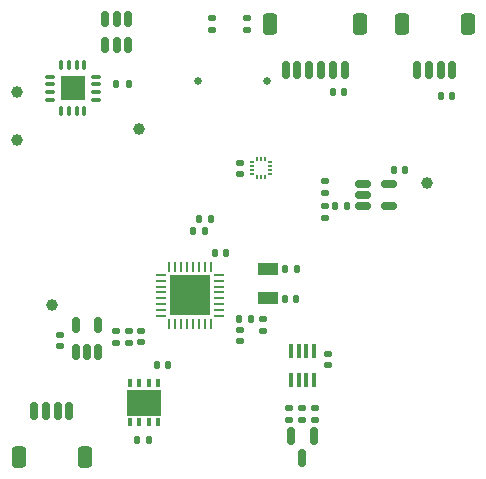
<source format=gbs>
%TF.GenerationSoftware,KiCad,Pcbnew,(7.0.0)*%
%TF.CreationDate,2023-03-08T15:02:16+02:00*%
%TF.ProjectId,SARA-R4_DevBoard,53415241-2d52-4345-9f44-6576426f6172,rev?*%
%TF.SameCoordinates,Original*%
%TF.FileFunction,Soldermask,Bot*%
%TF.FilePolarity,Negative*%
%FSLAX46Y46*%
G04 Gerber Fmt 4.6, Leading zero omitted, Abs format (unit mm)*
G04 Created by KiCad (PCBNEW (7.0.0)) date 2023-03-08 15:02:16*
%MOMM*%
%LPD*%
G01*
G04 APERTURE LIST*
G04 Aperture macros list*
%AMRoundRect*
0 Rectangle with rounded corners*
0 $1 Rounding radius*
0 $2 $3 $4 $5 $6 $7 $8 $9 X,Y pos of 4 corners*
0 Add a 4 corners polygon primitive as box body*
4,1,4,$2,$3,$4,$5,$6,$7,$8,$9,$2,$3,0*
0 Add four circle primitives for the rounded corners*
1,1,$1+$1,$2,$3*
1,1,$1+$1,$4,$5*
1,1,$1+$1,$6,$7*
1,1,$1+$1,$8,$9*
0 Add four rect primitives between the rounded corners*
20,1,$1+$1,$2,$3,$4,$5,0*
20,1,$1+$1,$4,$5,$6,$7,0*
20,1,$1+$1,$6,$7,$8,$9,0*
20,1,$1+$1,$8,$9,$2,$3,0*%
G04 Aperture macros list end*
%ADD10C,1.000000*%
%ADD11C,0.650000*%
%ADD12RoundRect,0.050000X0.112500X0.050000X-0.112500X0.050000X-0.112500X-0.050000X0.112500X-0.050000X0*%
%ADD13RoundRect,0.050000X0.050000X0.112500X-0.050000X0.112500X-0.050000X-0.112500X0.050000X-0.112500X0*%
%ADD14RoundRect,0.140000X0.140000X0.170000X-0.140000X0.170000X-0.140000X-0.170000X0.140000X-0.170000X0*%
%ADD15RoundRect,0.140000X0.170000X-0.140000X0.170000X0.140000X-0.170000X0.140000X-0.170000X-0.140000X0*%
%ADD16RoundRect,0.150000X-0.150000X-0.625000X0.150000X-0.625000X0.150000X0.625000X-0.150000X0.625000X0*%
%ADD17RoundRect,0.250000X-0.350000X-0.650000X0.350000X-0.650000X0.350000X0.650000X-0.350000X0.650000X0*%
%ADD18RoundRect,0.135000X0.135000X0.185000X-0.135000X0.185000X-0.135000X-0.185000X0.135000X-0.185000X0*%
%ADD19RoundRect,0.147500X0.147500X0.172500X-0.147500X0.172500X-0.147500X-0.172500X0.147500X-0.172500X0*%
%ADD20RoundRect,0.140000X-0.170000X0.140000X-0.170000X-0.140000X0.170000X-0.140000X0.170000X0.140000X0*%
%ADD21RoundRect,0.150000X-0.150000X0.512500X-0.150000X-0.512500X0.150000X-0.512500X0.150000X0.512500X0*%
%ADD22RoundRect,0.135000X-0.185000X0.135000X-0.185000X-0.135000X0.185000X-0.135000X0.185000X0.135000X0*%
%ADD23RoundRect,0.150000X-0.512500X-0.150000X0.512500X-0.150000X0.512500X0.150000X-0.512500X0.150000X0*%
%ADD24RoundRect,0.140000X-0.140000X-0.170000X0.140000X-0.170000X0.140000X0.170000X-0.140000X0.170000X0*%
%ADD25RoundRect,0.150000X0.150000X-0.512500X0.150000X0.512500X-0.150000X0.512500X-0.150000X-0.512500X0*%
%ADD26R,0.450000X1.200000*%
%ADD27RoundRect,0.062500X0.375000X0.062500X-0.375000X0.062500X-0.375000X-0.062500X0.375000X-0.062500X0*%
%ADD28RoundRect,0.062500X0.062500X0.375000X-0.062500X0.375000X-0.062500X-0.375000X0.062500X-0.375000X0*%
%ADD29R,3.450000X3.450000*%
%ADD30R,1.800000X1.000000*%
%ADD31RoundRect,0.075000X-0.350000X-0.075000X0.350000X-0.075000X0.350000X0.075000X-0.350000X0.075000X0*%
%ADD32RoundRect,0.075000X-0.075000X-0.350000X0.075000X-0.350000X0.075000X0.350000X-0.075000X0.350000X0*%
%ADD33R,2.100000X2.100000*%
%ADD34RoundRect,0.100000X0.100000X-0.225000X0.100000X0.225000X-0.100000X0.225000X-0.100000X-0.225000X0*%
%ADD35R,3.000000X2.200000*%
%ADD36RoundRect,0.135000X0.185000X-0.135000X0.185000X0.135000X-0.185000X0.135000X-0.185000X-0.135000X0*%
%ADD37RoundRect,0.135000X-0.135000X-0.185000X0.135000X-0.185000X0.135000X0.185000X-0.135000X0.185000X0*%
%ADD38RoundRect,0.150000X0.150000X0.625000X-0.150000X0.625000X-0.150000X-0.625000X0.150000X-0.625000X0*%
%ADD39RoundRect,0.250000X0.350000X0.650000X-0.350000X0.650000X-0.350000X-0.650000X0.350000X-0.650000X0*%
%ADD40RoundRect,0.150000X-0.150000X0.587500X-0.150000X-0.587500X0.150000X-0.587500X0.150000X0.587500X0*%
G04 APERTURE END LIST*
D10*
%TO.C,TP7*%
X149700000Y-90600000D03*
%TD*%
%TO.C,TP9*%
X139400000Y-87500000D03*
%TD*%
%TO.C,TP8*%
X139400000Y-91500000D03*
%TD*%
%TO.C,TP4*%
X174100000Y-95200000D03*
%TD*%
%TO.C,TP3*%
X142300000Y-105500000D03*
%TD*%
D11*
%TO.C,J2*%
X160490000Y-86562500D03*
X154710000Y-86562500D03*
%TD*%
D12*
%TO.C,U9*%
X160762500Y-93375000D03*
X160762500Y-93725000D03*
X160762500Y-94075000D03*
X160762500Y-94425000D03*
D13*
X160350000Y-94662500D03*
X160000000Y-94662500D03*
X159650000Y-94662500D03*
D12*
X159237500Y-94425000D03*
X159237500Y-94075000D03*
X159237500Y-93725000D03*
X159237500Y-93375000D03*
D13*
X159650000Y-93137500D03*
X160000000Y-93137500D03*
X160350000Y-93137500D03*
%TD*%
D14*
%TO.C,C5*%
X172240000Y-94060000D03*
X171280000Y-94060000D03*
%TD*%
D15*
%TO.C,C19*%
X158240000Y-94430000D03*
X158240000Y-93470000D03*
%TD*%
D16*
%TO.C,J5*%
X173230000Y-85600000D03*
X174230000Y-85600000D03*
X175230000Y-85600000D03*
X176230000Y-85600000D03*
D17*
X171930000Y-81725000D03*
X177530000Y-81725000D03*
%TD*%
D18*
%TO.C,R10*%
X155780000Y-98250000D03*
X154760000Y-98250000D03*
%TD*%
%TO.C,R9*%
X155260000Y-99270000D03*
X154240000Y-99270000D03*
%TD*%
D19*
%TO.C,L3*%
X167275000Y-97130000D03*
X166305000Y-97130000D03*
%TD*%
D15*
%TO.C,C7*%
X142980000Y-108970000D03*
X142980000Y-108010000D03*
%TD*%
D20*
%TO.C,C14*%
X158230000Y-107620000D03*
X158230000Y-108580000D03*
%TD*%
D21*
%TO.C,U5*%
X146850000Y-81262500D03*
X147800000Y-81262500D03*
X148750000Y-81262500D03*
X148750000Y-83537500D03*
X147800000Y-83537500D03*
X146850000Y-83537500D03*
%TD*%
D22*
%TO.C,R6*%
X158850000Y-81230000D03*
X158850000Y-82250000D03*
%TD*%
D23*
%TO.C,U3*%
X168620000Y-97130000D03*
X168620000Y-96180000D03*
X168620000Y-95230000D03*
X170895000Y-95230000D03*
X170895000Y-97130000D03*
%TD*%
D24*
%TO.C,C21*%
X162070000Y-102450000D03*
X163030000Y-102450000D03*
%TD*%
%TO.C,C15*%
X175250000Y-87810000D03*
X176210000Y-87810000D03*
%TD*%
D20*
%TO.C,C17*%
X160200000Y-106720000D03*
X160200000Y-107680000D03*
%TD*%
D16*
%TO.C,J3*%
X162100000Y-85600000D03*
X163100000Y-85600000D03*
X164100000Y-85600000D03*
X165100000Y-85600000D03*
X166100000Y-85600000D03*
X167100000Y-85600000D03*
D17*
X160800000Y-81725000D03*
X168400000Y-81725000D03*
%TD*%
D25*
%TO.C,U2*%
X146220000Y-109497500D03*
X145270000Y-109497500D03*
X144320000Y-109497500D03*
X144320000Y-107222500D03*
X146220000Y-107222500D03*
%TD*%
D20*
%TO.C,C6*%
X165420000Y-97150000D03*
X165420000Y-98110000D03*
%TD*%
D14*
%TO.C,C18*%
X152140000Y-110550000D03*
X151180000Y-110550000D03*
%TD*%
D24*
%TO.C,C22*%
X162050000Y-104970000D03*
X163010000Y-104970000D03*
%TD*%
D26*
%TO.C,U8*%
X162549999Y-109399999D03*
X163199999Y-109399999D03*
X163849999Y-109399999D03*
X164499999Y-109399999D03*
X164499999Y-111899999D03*
X163849999Y-111899999D03*
X163199999Y-111899999D03*
X162549999Y-111899999D03*
%TD*%
D20*
%TO.C,C9*%
X148800000Y-107730000D03*
X148800000Y-108690000D03*
%TD*%
D27*
%TO.C,U6*%
X156437500Y-102950000D03*
X156437500Y-103450000D03*
X156437500Y-103950000D03*
X156437500Y-104450000D03*
X156437500Y-104950000D03*
X156437500Y-105450000D03*
X156437500Y-105950000D03*
X156437500Y-106450000D03*
D28*
X155750000Y-107137500D03*
X155250000Y-107137500D03*
X154750000Y-107137500D03*
X154250000Y-107137500D03*
X153750000Y-107137500D03*
X153250000Y-107137500D03*
X152750000Y-107137500D03*
X152250000Y-107137500D03*
D27*
X151562500Y-106450000D03*
X151562500Y-105950000D03*
X151562500Y-105450000D03*
X151562500Y-104950000D03*
X151562500Y-104450000D03*
X151562500Y-103950000D03*
X151562500Y-103450000D03*
X151562500Y-102950000D03*
D28*
X152250000Y-102262500D03*
X152750000Y-102262500D03*
X153250000Y-102262500D03*
X153750000Y-102262500D03*
X154250000Y-102262500D03*
X154750000Y-102262500D03*
X155250000Y-102262500D03*
X155750000Y-102262500D03*
D29*
X153999999Y-104699999D03*
%TD*%
D22*
%TO.C,R13*%
X162425000Y-114240000D03*
X162425000Y-115260000D03*
%TD*%
D30*
%TO.C,Y1*%
X160589999Y-102449999D03*
X160589999Y-104949999D03*
%TD*%
D15*
%TO.C,C23*%
X165725000Y-110630000D03*
X165725000Y-109670000D03*
%TD*%
D31*
%TO.C,U4*%
X142125000Y-88125000D03*
X142125000Y-87475000D03*
X142125000Y-86825000D03*
X142125000Y-86175000D03*
D32*
X143100000Y-85200000D03*
X143750000Y-85200000D03*
X144400000Y-85200000D03*
X145050000Y-85200000D03*
D31*
X146025000Y-86175000D03*
X146025000Y-86825000D03*
X146025000Y-87475000D03*
X146025000Y-88125000D03*
D32*
X145050000Y-89100000D03*
X144400000Y-89100000D03*
X143750000Y-89100000D03*
X143100000Y-89100000D03*
D33*
X144074999Y-87149999D03*
%TD*%
D34*
%TO.C,U7*%
X151300000Y-115450000D03*
X150500000Y-115450000D03*
X149700000Y-115450000D03*
X148900000Y-115450000D03*
X148900000Y-112150000D03*
X149700000Y-112150000D03*
X150500000Y-112150000D03*
X151300000Y-112150000D03*
D35*
X150099999Y-113799999D03*
%TD*%
D36*
%TO.C,R12*%
X164625000Y-115260000D03*
X164625000Y-114240000D03*
%TD*%
D20*
%TO.C,C4*%
X165420000Y-95030000D03*
X165420000Y-95990000D03*
%TD*%
D22*
%TO.C,R7*%
X155860000Y-81230000D03*
X155860000Y-82250000D03*
%TD*%
D20*
%TO.C,C12*%
X147760000Y-107730000D03*
X147760000Y-108690000D03*
%TD*%
D37*
%TO.C,R5*%
X147780000Y-86830000D03*
X148800000Y-86830000D03*
%TD*%
D14*
%TO.C,C13*%
X157040000Y-101150000D03*
X156080000Y-101150000D03*
%TD*%
D38*
%TO.C,J4*%
X143800000Y-114500000D03*
X142800000Y-114500000D03*
X141800000Y-114500000D03*
X140800000Y-114500000D03*
D39*
X145100000Y-118375000D03*
X139500000Y-118375000D03*
%TD*%
D24*
%TO.C,C16*%
X166100000Y-87450000D03*
X167060000Y-87450000D03*
%TD*%
D40*
%TO.C,D2*%
X162575000Y-116630000D03*
X164475000Y-116630000D03*
X163525000Y-118505000D03*
%TD*%
D18*
%TO.C,R8*%
X159210000Y-106700000D03*
X158190000Y-106700000D03*
%TD*%
D20*
%TO.C,C8*%
X149850000Y-107720000D03*
X149850000Y-108680000D03*
%TD*%
D15*
%TO.C,C20*%
X163525000Y-115230000D03*
X163525000Y-114270000D03*
%TD*%
D18*
%TO.C,R11*%
X150560000Y-116910000D03*
X149540000Y-116910000D03*
%TD*%
M02*

</source>
